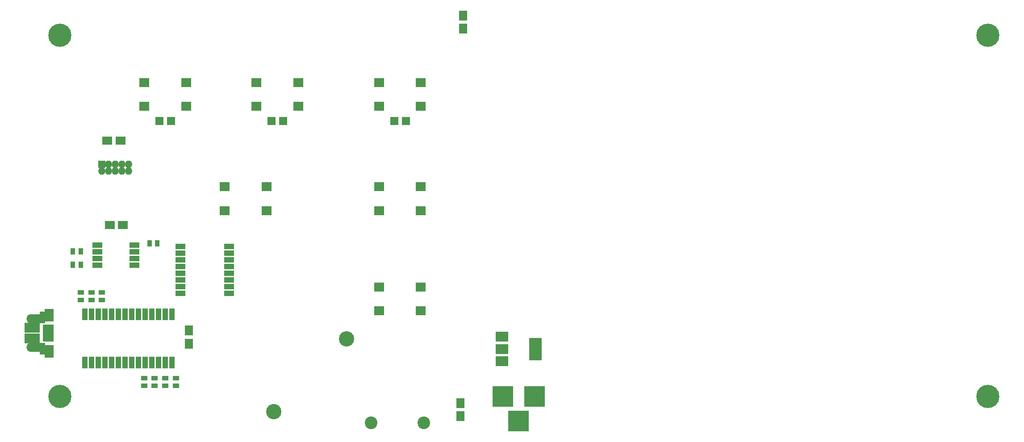
<source format=gbr>
G04 #@! TF.GenerationSoftware,KiCad,Pcbnew,(5.0.0)*
G04 #@! TF.CreationDate,2020-11-20T21:13:12-05:00*
G04 #@! TF.ProjectId,WS2812B Mini Clock,57533238313242204D696E6920436C6F,rev?*
G04 #@! TF.SameCoordinates,Original*
G04 #@! TF.FileFunction,Soldermask,Bot*
G04 #@! TF.FilePolarity,Negative*
%FSLAX46Y46*%
G04 Gerber Fmt 4.6, Leading zero omitted, Abs format (unit mm)*
G04 Created by KiCad (PCBNEW (5.0.0)) date 11/20/20 21:13:12*
%MOMM*%
%LPD*%
G01*
G04 APERTURE LIST*
%ADD10C,4.400000*%
%ADD11C,2.900000*%
%ADD12R,2.900000X1.825000*%
%ADD13R,1.100000X2.225000*%
%ADD14O,3.550000X1.700000*%
%ADD15R,2.150000X0.800000*%
%ADD16R,1.800000X2.400000*%
%ADD17R,1.950000X1.000000*%
%ADD18R,1.650000X1.900000*%
%ADD19R,1.900000X1.650000*%
%ADD20R,1.400000X1.400000*%
%ADD21O,1.400000X1.400000*%
%ADD22R,0.900000X1.300000*%
%ADD23R,1.900000X1.000000*%
%ADD24R,1.600000X1.600000*%
%ADD25R,1.300000X0.900000*%
%ADD26R,1.950000X1.700000*%
%ADD27R,1.000000X2.310000*%
%ADD28C,2.400000*%
%ADD29R,3.900000X3.900000*%
%ADD30R,2.400000X1.900000*%
%ADD31R,2.400000X4.200000*%
G04 APERTURE END LIST*
D10*
G04 #@! TO.C,REF3*
X228000000Y-69500000D03*
G04 #@! TD*
G04 #@! TO.C,REF4*
X228000000Y-138000000D03*
G04 #@! TD*
G04 #@! TO.C,REF2*
X52000000Y-69500000D03*
G04 #@! TD*
D11*
G04 #@! TO.C,U24*
X92618272Y-140881728D03*
X106406854Y-127093146D03*
G04 #@! TD*
D12*
G04 #@! TO.C,USB1*
X46750000Y-127000000D03*
D13*
X48710000Y-123010000D03*
D14*
X47480000Y-123275000D03*
D15*
X49825000Y-124700000D03*
X49825000Y-125350000D03*
X49825000Y-126000000D03*
X49825000Y-126650000D03*
D16*
X50030000Y-122575000D03*
D15*
X49825000Y-127300000D03*
D16*
X50030000Y-129425000D03*
D14*
X47480000Y-128725000D03*
D13*
X48710000Y-128990000D03*
D12*
X46750000Y-125000000D03*
G04 #@! TD*
D17*
G04 #@! TO.C,MCU1*
X59150000Y-109350000D03*
X59150000Y-110615000D03*
X59150000Y-111885000D03*
X59150000Y-113155000D03*
X66150000Y-113155000D03*
X66150000Y-111885000D03*
X66150000Y-110615000D03*
X66150000Y-109345000D03*
G04 #@! TD*
D18*
G04 #@! TO.C,C3*
X128000000Y-139250000D03*
X128000000Y-141750000D03*
G04 #@! TD*
G04 #@! TO.C,C4*
X76500000Y-128000000D03*
X76500000Y-125500000D03*
G04 #@! TD*
D19*
G04 #@! TO.C,C5*
X63500000Y-89500000D03*
X61000000Y-89500000D03*
G04 #@! TD*
D18*
G04 #@! TO.C,C6*
X128500000Y-68250000D03*
X128500000Y-65750000D03*
G04 #@! TD*
D19*
G04 #@! TO.C,C7*
X61500000Y-105500000D03*
X64000000Y-105500000D03*
G04 #@! TD*
D20*
G04 #@! TO.C,J1*
X60000000Y-94000000D03*
D21*
X60000000Y-95270000D03*
X61270000Y-94000000D03*
X61270000Y-95270000D03*
X62540000Y-94000000D03*
X62540000Y-95270000D03*
X63810000Y-94000000D03*
X63810000Y-95270000D03*
X65080000Y-94000000D03*
X65080000Y-95270000D03*
G04 #@! TD*
D22*
G04 #@! TO.C,R1*
X70500000Y-109000000D03*
X69000000Y-109000000D03*
G04 #@! TD*
G04 #@! TO.C,R2*
X54500000Y-113000000D03*
X56000000Y-113000000D03*
G04 #@! TD*
D23*
G04 #@! TO.C,U25*
X84150000Y-109555000D03*
X84150000Y-110825000D03*
X84150000Y-112095000D03*
X84150000Y-113365000D03*
X84150000Y-114635000D03*
X84150000Y-115905000D03*
X84150000Y-117175000D03*
X84150000Y-118445000D03*
X74850000Y-118445000D03*
X74850000Y-117175000D03*
X74850000Y-115905000D03*
X74850000Y-114635000D03*
X74850000Y-113365000D03*
X74850000Y-112095000D03*
X74850000Y-110825000D03*
X74850000Y-109555000D03*
G04 #@! TD*
D22*
G04 #@! TO.C,R3*
X54500000Y-110500000D03*
X56000000Y-110500000D03*
G04 #@! TD*
D24*
G04 #@! TO.C,D1*
X73100000Y-85750000D03*
X70900000Y-85750000D03*
G04 #@! TD*
G04 #@! TO.C,D2*
X117600000Y-85750000D03*
X115400000Y-85750000D03*
G04 #@! TD*
G04 #@! TO.C,D3*
X94350000Y-85750000D03*
X92150000Y-85750000D03*
G04 #@! TD*
D25*
G04 #@! TO.C,R4*
X74000000Y-134500000D03*
X74000000Y-136000000D03*
G04 #@! TD*
G04 #@! TO.C,R5*
X72000000Y-134500000D03*
X72000000Y-136000000D03*
G04 #@! TD*
G04 #@! TO.C,R6*
X70000000Y-134500000D03*
X70000000Y-136000000D03*
G04 #@! TD*
G04 #@! TO.C,R7*
X68000000Y-134500000D03*
X68000000Y-136000000D03*
G04 #@! TD*
G04 #@! TO.C,R8*
X56000000Y-118250000D03*
X56000000Y-119750000D03*
G04 #@! TD*
G04 #@! TO.C,R9*
X58000000Y-118250000D03*
X58000000Y-119750000D03*
G04 #@! TD*
G04 #@! TO.C,R10*
X60000000Y-118250000D03*
X60000000Y-119750000D03*
G04 #@! TD*
D26*
G04 #@! TO.C,SW0*
X68025000Y-83000000D03*
X75975000Y-83000000D03*
X68025000Y-78500000D03*
X75975000Y-78500000D03*
G04 #@! TD*
G04 #@! TO.C,SW1*
X112525000Y-83000000D03*
X120475000Y-83000000D03*
X112525000Y-78500000D03*
X120475000Y-78500000D03*
G04 #@! TD*
G04 #@! TO.C,SW2*
X89275000Y-83000000D03*
X97225000Y-83000000D03*
X89275000Y-78500000D03*
X97225000Y-78500000D03*
G04 #@! TD*
G04 #@! TO.C,SW3*
X83275000Y-102750000D03*
X91225000Y-102750000D03*
X83275000Y-98250000D03*
X91225000Y-98250000D03*
G04 #@! TD*
G04 #@! TO.C,SW4*
X112525000Y-102750000D03*
X120475000Y-102750000D03*
X112525000Y-98250000D03*
X120475000Y-98250000D03*
G04 #@! TD*
G04 #@! TO.C,SW5*
X112525000Y-121750000D03*
X120475000Y-121750000D03*
X112525000Y-117250000D03*
X120475000Y-117250000D03*
G04 #@! TD*
D27*
G04 #@! TO.C,U26*
X56745000Y-131610000D03*
X58015000Y-131610000D03*
X59285000Y-131610000D03*
X60555000Y-131610000D03*
X61825000Y-131610000D03*
X63095000Y-131610000D03*
X64365000Y-131610000D03*
X65635000Y-131610000D03*
X66905000Y-131610000D03*
X68175000Y-131610000D03*
X69445000Y-131610000D03*
X70715000Y-131610000D03*
X71985000Y-131610000D03*
X73255000Y-131610000D03*
X73255000Y-122390000D03*
X71985000Y-122390000D03*
X70715000Y-122390000D03*
X69445000Y-122390000D03*
X68175000Y-122390000D03*
X66905000Y-122390000D03*
X65635000Y-122390000D03*
X64365000Y-122390000D03*
X63095000Y-122390000D03*
X61825000Y-122390000D03*
X60555000Y-122390000D03*
X59285000Y-122390000D03*
X58015000Y-122390000D03*
X56745000Y-122390000D03*
G04 #@! TD*
D10*
G04 #@! TO.C,REF\002A\002A*
X52000000Y-138000000D03*
G04 #@! TD*
D28*
G04 #@! TO.C,J2*
X111000000Y-143000000D03*
G04 #@! TD*
G04 #@! TO.C,J3*
X121000000Y-143000000D03*
G04 #@! TD*
D29*
G04 #@! TO.C,J4*
X139000000Y-142700000D03*
X142000000Y-138000000D03*
X136000000Y-138000000D03*
G04 #@! TD*
D30*
G04 #@! TO.C,U90*
X135850000Y-131300000D03*
X135850000Y-126700000D03*
X135850000Y-129000000D03*
D31*
X142150000Y-129000000D03*
G04 #@! TD*
M02*

</source>
